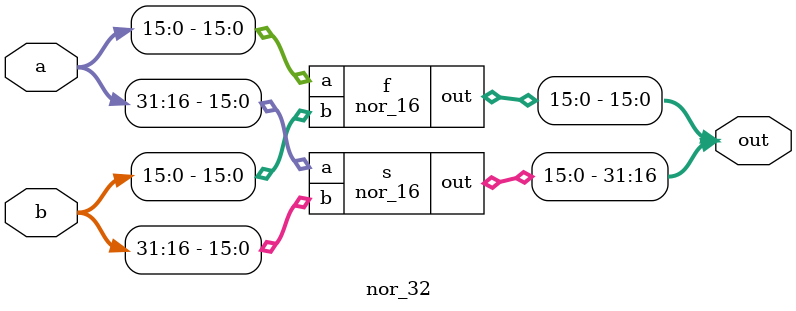
<source format=v>
module nor_2(out, a, b);
input [1:0] a, b;
output [1:0] out;

nor f(out[0], a[0], b[0]),
    s(out[1], a[1], b[1]);
endmodule

module nor_4(out, a, b);
input [3:0] a, b;
output [3:0] out;

nor_2 f(out[1:0], a[1:0], b[1:0]),
          s(out[3:2], a[3:2], b[3:2]);
endmodule

module nor_8(out, a, b);
input [7:0] a, b;
output [7:0] out;

nor_4 f(out[3:0], a[3:0], b[3:0]),
          s(out[7:4], a[7:4], b[7:4]);
endmodule

module nor_16(out, a, b);
input [15:0] a, b;
output [15:0] out;

nor_8 f(out[7:0], a[7:0], b[7:0]),
          s(out[15:8], a[15:8], b[15:8]);
endmodule

module nor_32(out, a, b);
input [31:0] a, b;
output [31:0] out;

nor_16 f(out[15:0], a[15:0], b[15:0]),
          s(out[31:16], a[31:16], b[31:16]);
endmodule




</source>
